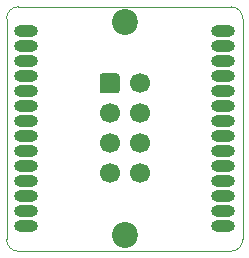
<source format=gbr>
G04 #@! TF.GenerationSoftware,KiCad,Pcbnew,6.0.10+dfsg-1~bpo11+1*
G04 #@! TF.ProjectId,project,70726f6a-6563-4742-9e6b-696361645f70,rev?*
G04 #@! TF.SameCoordinates,Original*
G04 #@! TF.FileFunction,Soldermask,Top*
G04 #@! TF.FilePolarity,Negative*
%FSLAX46Y46*%
G04 Gerber Fmt 4.6, Leading zero omitted, Abs format (unit mm)*
%MOMM*%
%LPD*%
G01*
G04 APERTURE LIST*
G04 #@! TA.AperFunction,Profile*
%ADD10C,0.100000*%
G04 #@! TD*
%ADD11O,2.000000X1.000000*%
%ADD12C,2.200000*%
%ADD13C,1.700000*%
G04 APERTURE END LIST*
D10*
X163500000Y-107400000D02*
G75*
G03*
X162500000Y-108400000I0J-1000000D01*
G01*
X163500000Y-128100000D02*
X181500000Y-128100000D01*
X182500000Y-127100000D02*
X182500000Y-108400000D01*
X162500000Y-108400000D02*
X162500000Y-127100000D01*
X162500000Y-127100000D02*
G75*
G03*
X163500000Y-128100000I1000000J0D01*
G01*
X182500000Y-108400000D02*
G75*
G03*
X181500000Y-107400000I-1000000J0D01*
G01*
X181500000Y-128100000D02*
G75*
G03*
X182500000Y-127100000I0J1000000D01*
G01*
X181500000Y-107400000D02*
X163500000Y-107400000D01*
D11*
X164150000Y-109442500D03*
X164150000Y-110712500D03*
X164150000Y-111982500D03*
X164150000Y-113252500D03*
X164150000Y-114522500D03*
X164150000Y-115792500D03*
X164150000Y-117062500D03*
X164150000Y-118332500D03*
X164150000Y-119602500D03*
X164150000Y-120872500D03*
X164150000Y-122142500D03*
X164150000Y-123412500D03*
X164150000Y-124682500D03*
X164150000Y-125952500D03*
X180850000Y-125952500D03*
X180850000Y-124682500D03*
X180850000Y-123412500D03*
X180850000Y-122142500D03*
X180850000Y-120872500D03*
X180850000Y-119602500D03*
X180850000Y-118332500D03*
X180850000Y-117062500D03*
X180850000Y-115792500D03*
X180850000Y-114522500D03*
X180850000Y-113252500D03*
X180850000Y-111982500D03*
X180850000Y-110712500D03*
X180850000Y-109442500D03*
D12*
X172500000Y-126700000D03*
X172500000Y-108700000D03*
G36*
G01*
X170380000Y-114482500D02*
X170380000Y-113282500D01*
G75*
G02*
X170630000Y-113032500I250000J0D01*
G01*
X171830000Y-113032500D01*
G75*
G02*
X172080000Y-113282500I0J-250000D01*
G01*
X172080000Y-114482500D01*
G75*
G02*
X171830000Y-114732500I-250000J0D01*
G01*
X170630000Y-114732500D01*
G75*
G02*
X170380000Y-114482500I0J250000D01*
G01*
G37*
D13*
X173770000Y-113882500D03*
X171230000Y-116422500D03*
X173770000Y-116422500D03*
X171230000Y-118962500D03*
X173770000Y-118962500D03*
X171230000Y-121502500D03*
X173770000Y-121502500D03*
M02*

</source>
